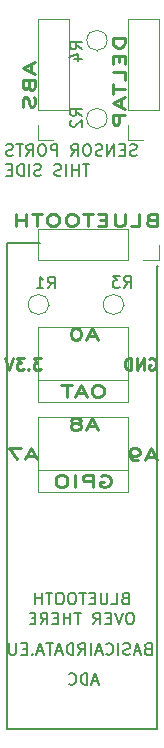
<source format=gbo>
G04 #@! TF.FileFunction,Legend,Bot*
%FSLAX46Y46*%
G04 Gerber Fmt 4.6, Leading zero omitted, Abs format (unit mm)*
G04 Created by KiCad (PCBNEW 4.0.6) date 05/30/17 16:39:26*
%MOMM*%
%LPD*%
G01*
G04 APERTURE LIST*
%ADD10C,0.100000*%
%ADD11C,0.200000*%
%ADD12C,0.250000*%
%ADD13C,0.120000*%
%ADD14C,0.150000*%
G04 APERTURE END LIST*
D10*
D11*
X10128095Y4913333D02*
X9651904Y4913333D01*
X10223333Y4627619D02*
X9890000Y5627619D01*
X9556666Y4627619D01*
X9223333Y4627619D02*
X9223333Y5627619D01*
X8985238Y5627619D01*
X8842380Y5580000D01*
X8747142Y5484762D01*
X8699523Y5389524D01*
X8651904Y5199048D01*
X8651904Y5056190D01*
X8699523Y4865714D01*
X8747142Y4770476D01*
X8842380Y4675238D01*
X8985238Y4627619D01*
X9223333Y4627619D01*
X7651904Y4722857D02*
X7699523Y4675238D01*
X7842380Y4627619D01*
X7937618Y4627619D01*
X8080476Y4675238D01*
X8175714Y4770476D01*
X8223333Y4865714D01*
X8270952Y5056190D01*
X8270952Y5199048D01*
X8223333Y5389524D01*
X8175714Y5484762D01*
X8080476Y5580000D01*
X7937618Y5627619D01*
X7842380Y5627619D01*
X7699523Y5580000D01*
X7651904Y5532381D01*
X14326475Y7691429D02*
X14183618Y7643810D01*
X14135999Y7596190D01*
X14088380Y7500952D01*
X14088380Y7358095D01*
X14135999Y7262857D01*
X14183618Y7215238D01*
X14278856Y7167619D01*
X14659809Y7167619D01*
X14659809Y8167619D01*
X14326475Y8167619D01*
X14231237Y8120000D01*
X14183618Y8072381D01*
X14135999Y7977143D01*
X14135999Y7881905D01*
X14183618Y7786667D01*
X14231237Y7739048D01*
X14326475Y7691429D01*
X14659809Y7691429D01*
X13707428Y7453333D02*
X13231237Y7453333D01*
X13802666Y7167619D02*
X13469333Y8167619D01*
X13135999Y7167619D01*
X12850285Y7215238D02*
X12707428Y7167619D01*
X12469332Y7167619D01*
X12374094Y7215238D01*
X12326475Y7262857D01*
X12278856Y7358095D01*
X12278856Y7453333D01*
X12326475Y7548571D01*
X12374094Y7596190D01*
X12469332Y7643810D01*
X12659809Y7691429D01*
X12755047Y7739048D01*
X12802666Y7786667D01*
X12850285Y7881905D01*
X12850285Y7977143D01*
X12802666Y8072381D01*
X12755047Y8120000D01*
X12659809Y8167619D01*
X12421713Y8167619D01*
X12278856Y8120000D01*
X11850285Y7167619D02*
X11850285Y8167619D01*
X10802666Y7262857D02*
X10850285Y7215238D01*
X10993142Y7167619D01*
X11088380Y7167619D01*
X11231238Y7215238D01*
X11326476Y7310476D01*
X11374095Y7405714D01*
X11421714Y7596190D01*
X11421714Y7739048D01*
X11374095Y7929524D01*
X11326476Y8024762D01*
X11231238Y8120000D01*
X11088380Y8167619D01*
X10993142Y8167619D01*
X10850285Y8120000D01*
X10802666Y8072381D01*
X10421714Y7453333D02*
X9945523Y7453333D01*
X10516952Y7167619D02*
X10183619Y8167619D01*
X9850285Y7167619D01*
X9516952Y7167619D02*
X9516952Y8167619D01*
X8469333Y7167619D02*
X8802667Y7643810D01*
X9040762Y7167619D02*
X9040762Y8167619D01*
X8659809Y8167619D01*
X8564571Y8120000D01*
X8516952Y8072381D01*
X8469333Y7977143D01*
X8469333Y7834286D01*
X8516952Y7739048D01*
X8564571Y7691429D01*
X8659809Y7643810D01*
X9040762Y7643810D01*
X8040762Y7167619D02*
X8040762Y8167619D01*
X7802667Y8167619D01*
X7659809Y8120000D01*
X7564571Y8024762D01*
X7516952Y7929524D01*
X7469333Y7739048D01*
X7469333Y7596190D01*
X7516952Y7405714D01*
X7564571Y7310476D01*
X7659809Y7215238D01*
X7802667Y7167619D01*
X8040762Y7167619D01*
X7088381Y7453333D02*
X6612190Y7453333D01*
X7183619Y7167619D02*
X6850286Y8167619D01*
X6516952Y7167619D01*
X6326476Y8167619D02*
X5755047Y8167619D01*
X6040762Y7167619D02*
X6040762Y8167619D01*
X5469333Y7453333D02*
X4993142Y7453333D01*
X5564571Y7167619D02*
X5231238Y8167619D01*
X4897904Y7167619D01*
X4564571Y7262857D02*
X4516952Y7215238D01*
X4564571Y7167619D01*
X4612190Y7215238D01*
X4564571Y7262857D01*
X4564571Y7167619D01*
X4088381Y7691429D02*
X3755047Y7691429D01*
X3612190Y7167619D02*
X4088381Y7167619D01*
X4088381Y8167619D01*
X3612190Y8167619D01*
X3183619Y8167619D02*
X3183619Y7358095D01*
X3136000Y7262857D01*
X3088381Y7215238D01*
X2993143Y7167619D01*
X2802666Y7167619D01*
X2707428Y7215238D01*
X2659809Y7262857D01*
X2612190Y7358095D01*
X2612190Y8167619D01*
D12*
X12390381Y59395857D02*
X11390381Y59395857D01*
X11390381Y59038714D01*
X11438000Y58824429D01*
X11533238Y58681571D01*
X11628476Y58610143D01*
X11818952Y58538714D01*
X11961810Y58538714D01*
X12152286Y58610143D01*
X12247524Y58681571D01*
X12342762Y58824429D01*
X12390381Y59038714D01*
X12390381Y59395857D01*
X11866571Y57895857D02*
X11866571Y57395857D01*
X12390381Y57181571D02*
X12390381Y57895857D01*
X11390381Y57895857D01*
X11390381Y57181571D01*
X12390381Y55824428D02*
X12390381Y56538714D01*
X11390381Y56538714D01*
X11390381Y55538714D02*
X11390381Y54681571D01*
X12390381Y55110142D02*
X11390381Y55110142D01*
X12104667Y54253000D02*
X12104667Y53538714D01*
X12390381Y54395857D02*
X11390381Y53895857D01*
X12390381Y53395857D01*
X12390381Y52895857D02*
X11390381Y52895857D01*
X11390381Y52324429D01*
X11438000Y52181571D01*
X11485619Y52110143D01*
X11580857Y52038714D01*
X11723714Y52038714D01*
X11818952Y52110143D01*
X11866571Y52181571D01*
X11914190Y52324429D01*
X11914190Y52895857D01*
X4484667Y57193428D02*
X4484667Y56479142D01*
X4770381Y57336285D02*
X3770381Y56836285D01*
X4770381Y56336285D01*
X4246571Y55336285D02*
X4294190Y55121999D01*
X4341810Y55050571D01*
X4437048Y54979142D01*
X4579905Y54979142D01*
X4675143Y55050571D01*
X4722762Y55121999D01*
X4770381Y55264857D01*
X4770381Y55836285D01*
X3770381Y55836285D01*
X3770381Y55336285D01*
X3818000Y55193428D01*
X3865619Y55121999D01*
X3960857Y55050571D01*
X4056095Y55050571D01*
X4151333Y55121999D01*
X4198952Y55193428D01*
X4246571Y55336285D01*
X4246571Y55836285D01*
X4722762Y54407714D02*
X4770381Y54193428D01*
X4770381Y53836285D01*
X4722762Y53693428D01*
X4675143Y53621999D01*
X4579905Y53550571D01*
X4484667Y53550571D01*
X4389429Y53621999D01*
X4341810Y53693428D01*
X4294190Y53836285D01*
X4246571Y54121999D01*
X4198952Y54264857D01*
X4151333Y54336285D01*
X4056095Y54407714D01*
X3960857Y54407714D01*
X3865619Y54336285D01*
X3818000Y54264857D01*
X3770381Y54121999D01*
X3770381Y53764857D01*
X3818000Y53550571D01*
X14608286Y44013429D02*
X14394000Y43965810D01*
X14322572Y43918190D01*
X14251143Y43822952D01*
X14251143Y43680095D01*
X14322572Y43584857D01*
X14394000Y43537238D01*
X14536858Y43489619D01*
X15108286Y43489619D01*
X15108286Y44489619D01*
X14608286Y44489619D01*
X14465429Y44442000D01*
X14394000Y44394381D01*
X14322572Y44299143D01*
X14322572Y44203905D01*
X14394000Y44108667D01*
X14465429Y44061048D01*
X14608286Y44013429D01*
X15108286Y44013429D01*
X12894000Y43489619D02*
X13608286Y43489619D01*
X13608286Y44489619D01*
X12394000Y44489619D02*
X12394000Y43680095D01*
X12322572Y43584857D01*
X12251143Y43537238D01*
X12108286Y43489619D01*
X11822572Y43489619D01*
X11679714Y43537238D01*
X11608286Y43584857D01*
X11536857Y43680095D01*
X11536857Y44489619D01*
X10822571Y44013429D02*
X10322571Y44013429D01*
X10108285Y43489619D02*
X10822571Y43489619D01*
X10822571Y44489619D01*
X10108285Y44489619D01*
X9679714Y44489619D02*
X8822571Y44489619D01*
X9251142Y43489619D02*
X9251142Y44489619D01*
X8036857Y44489619D02*
X7751143Y44489619D01*
X7608285Y44442000D01*
X7465428Y44346762D01*
X7394000Y44156286D01*
X7394000Y43822952D01*
X7465428Y43632476D01*
X7608285Y43537238D01*
X7751143Y43489619D01*
X8036857Y43489619D01*
X8179714Y43537238D01*
X8322571Y43632476D01*
X8394000Y43822952D01*
X8394000Y44156286D01*
X8322571Y44346762D01*
X8179714Y44442000D01*
X8036857Y44489619D01*
X6465428Y44489619D02*
X6179714Y44489619D01*
X6036856Y44442000D01*
X5893999Y44346762D01*
X5822571Y44156286D01*
X5822571Y43822952D01*
X5893999Y43632476D01*
X6036856Y43537238D01*
X6179714Y43489619D01*
X6465428Y43489619D01*
X6608285Y43537238D01*
X6751142Y43632476D01*
X6822571Y43822952D01*
X6822571Y44156286D01*
X6751142Y44346762D01*
X6608285Y44442000D01*
X6465428Y44489619D01*
X5393999Y44489619D02*
X4536856Y44489619D01*
X4965427Y43489619D02*
X4965427Y44489619D01*
X4036856Y43489619D02*
X4036856Y44489619D01*
X4036856Y44013429D02*
X3179713Y44013429D01*
X3179713Y43489619D02*
X3179713Y44489619D01*
X9961428Y34123333D02*
X9247142Y34123333D01*
X10104285Y33837619D02*
X9604285Y34837619D01*
X9104285Y33837619D01*
X8318571Y34837619D02*
X8175714Y34837619D01*
X8032857Y34790000D01*
X7961428Y34742381D01*
X7889999Y34647143D01*
X7818571Y34456667D01*
X7818571Y34218571D01*
X7889999Y34028095D01*
X7961428Y33932857D01*
X8032857Y33885238D01*
X8175714Y33837619D01*
X8318571Y33837619D01*
X8461428Y33885238D01*
X8532857Y33932857D01*
X8604285Y34028095D01*
X8675714Y34218571D01*
X8675714Y34456667D01*
X8604285Y34647143D01*
X8532857Y34742381D01*
X8461428Y34790000D01*
X8318571Y34837619D01*
X14477904Y32250000D02*
X14573142Y32297619D01*
X14715999Y32297619D01*
X14858857Y32250000D01*
X14954095Y32154762D01*
X15001714Y32059524D01*
X15049333Y31869048D01*
X15049333Y31726190D01*
X15001714Y31535714D01*
X14954095Y31440476D01*
X14858857Y31345238D01*
X14715999Y31297619D01*
X14620761Y31297619D01*
X14477904Y31345238D01*
X14430285Y31392857D01*
X14430285Y31726190D01*
X14620761Y31726190D01*
X14001714Y31297619D02*
X14001714Y32297619D01*
X13430285Y31297619D01*
X13430285Y32297619D01*
X12954095Y31297619D02*
X12954095Y32297619D01*
X12716000Y32297619D01*
X12573142Y32250000D01*
X12477904Y32154762D01*
X12430285Y32059524D01*
X12382666Y31869048D01*
X12382666Y31726190D01*
X12430285Y31535714D01*
X12477904Y31440476D01*
X12573142Y31345238D01*
X12716000Y31297619D01*
X12954095Y31297619D01*
X5286190Y32297619D02*
X4667142Y32297619D01*
X5000476Y31916667D01*
X4857618Y31916667D01*
X4762380Y31869048D01*
X4714761Y31821429D01*
X4667142Y31726190D01*
X4667142Y31488095D01*
X4714761Y31392857D01*
X4762380Y31345238D01*
X4857618Y31297619D01*
X5143333Y31297619D01*
X5238571Y31345238D01*
X5286190Y31392857D01*
X4238571Y31392857D02*
X4190952Y31345238D01*
X4238571Y31297619D01*
X4286190Y31345238D01*
X4238571Y31392857D01*
X4238571Y31297619D01*
X3857619Y32297619D02*
X3238571Y32297619D01*
X3571905Y31916667D01*
X3429047Y31916667D01*
X3333809Y31869048D01*
X3286190Y31821429D01*
X3238571Y31726190D01*
X3238571Y31488095D01*
X3286190Y31392857D01*
X3333809Y31345238D01*
X3429047Y31297619D01*
X3714762Y31297619D01*
X3810000Y31345238D01*
X3857619Y31392857D01*
X2952857Y32297619D02*
X2619524Y31297619D01*
X2286190Y32297619D01*
X10390000Y22344000D02*
X10532857Y22391619D01*
X10747143Y22391619D01*
X10961428Y22344000D01*
X11104286Y22248762D01*
X11175714Y22153524D01*
X11247143Y21963048D01*
X11247143Y21820190D01*
X11175714Y21629714D01*
X11104286Y21534476D01*
X10961428Y21439238D01*
X10747143Y21391619D01*
X10604286Y21391619D01*
X10390000Y21439238D01*
X10318571Y21486857D01*
X10318571Y21820190D01*
X10604286Y21820190D01*
X9675714Y21391619D02*
X9675714Y22391619D01*
X9104286Y22391619D01*
X8961428Y22344000D01*
X8890000Y22296381D01*
X8818571Y22201143D01*
X8818571Y22058286D01*
X8890000Y21963048D01*
X8961428Y21915429D01*
X9104286Y21867810D01*
X9675714Y21867810D01*
X8175714Y21391619D02*
X8175714Y22391619D01*
X7175714Y22391619D02*
X6890000Y22391619D01*
X6747142Y22344000D01*
X6604285Y22248762D01*
X6532857Y22058286D01*
X6532857Y21724952D01*
X6604285Y21534476D01*
X6747142Y21439238D01*
X6890000Y21391619D01*
X7175714Y21391619D01*
X7318571Y21439238D01*
X7461428Y21534476D01*
X7532857Y21724952D01*
X7532857Y22058286D01*
X7461428Y22248762D01*
X7318571Y22344000D01*
X7175714Y22391619D01*
X10247143Y30011619D02*
X9961429Y30011619D01*
X9818571Y29964000D01*
X9675714Y29868762D01*
X9604286Y29678286D01*
X9604286Y29344952D01*
X9675714Y29154476D01*
X9818571Y29059238D01*
X9961429Y29011619D01*
X10247143Y29011619D01*
X10390000Y29059238D01*
X10532857Y29154476D01*
X10604286Y29344952D01*
X10604286Y29678286D01*
X10532857Y29868762D01*
X10390000Y29964000D01*
X10247143Y30011619D01*
X9032857Y29297333D02*
X8318571Y29297333D01*
X9175714Y29011619D02*
X8675714Y30011619D01*
X8175714Y29011619D01*
X7890000Y30011619D02*
X7032857Y30011619D01*
X7461428Y29011619D02*
X7461428Y30011619D01*
D11*
X12405857Y11970429D02*
X12263000Y11922810D01*
X12215381Y11875190D01*
X12167762Y11779952D01*
X12167762Y11637095D01*
X12215381Y11541857D01*
X12263000Y11494238D01*
X12358238Y11446619D01*
X12739191Y11446619D01*
X12739191Y12446619D01*
X12405857Y12446619D01*
X12310619Y12399000D01*
X12263000Y12351381D01*
X12215381Y12256143D01*
X12215381Y12160905D01*
X12263000Y12065667D01*
X12310619Y12018048D01*
X12405857Y11970429D01*
X12739191Y11970429D01*
X11263000Y11446619D02*
X11739191Y11446619D01*
X11739191Y12446619D01*
X10929667Y12446619D02*
X10929667Y11637095D01*
X10882048Y11541857D01*
X10834429Y11494238D01*
X10739191Y11446619D01*
X10548714Y11446619D01*
X10453476Y11494238D01*
X10405857Y11541857D01*
X10358238Y11637095D01*
X10358238Y12446619D01*
X9882048Y11970429D02*
X9548714Y11970429D01*
X9405857Y11446619D02*
X9882048Y11446619D01*
X9882048Y12446619D01*
X9405857Y12446619D01*
X9120143Y12446619D02*
X8548714Y12446619D01*
X8834429Y11446619D02*
X8834429Y12446619D01*
X8024905Y12446619D02*
X7834428Y12446619D01*
X7739190Y12399000D01*
X7643952Y12303762D01*
X7596333Y12113286D01*
X7596333Y11779952D01*
X7643952Y11589476D01*
X7739190Y11494238D01*
X7834428Y11446619D01*
X8024905Y11446619D01*
X8120143Y11494238D01*
X8215381Y11589476D01*
X8263000Y11779952D01*
X8263000Y12113286D01*
X8215381Y12303762D01*
X8120143Y12399000D01*
X8024905Y12446619D01*
X6977286Y12446619D02*
X6786809Y12446619D01*
X6691571Y12399000D01*
X6596333Y12303762D01*
X6548714Y12113286D01*
X6548714Y11779952D01*
X6596333Y11589476D01*
X6691571Y11494238D01*
X6786809Y11446619D01*
X6977286Y11446619D01*
X7072524Y11494238D01*
X7167762Y11589476D01*
X7215381Y11779952D01*
X7215381Y12113286D01*
X7167762Y12303762D01*
X7072524Y12399000D01*
X6977286Y12446619D01*
X6263000Y12446619D02*
X5691571Y12446619D01*
X5977286Y11446619D02*
X5977286Y12446619D01*
X5358238Y11446619D02*
X5358238Y12446619D01*
X5358238Y11970429D02*
X4786809Y11970429D01*
X4786809Y11446619D02*
X4786809Y12446619D01*
X12929667Y10746619D02*
X12739190Y10746619D01*
X12643952Y10699000D01*
X12548714Y10603762D01*
X12501095Y10413286D01*
X12501095Y10079952D01*
X12548714Y9889476D01*
X12643952Y9794238D01*
X12739190Y9746619D01*
X12929667Y9746619D01*
X13024905Y9794238D01*
X13120143Y9889476D01*
X13167762Y10079952D01*
X13167762Y10413286D01*
X13120143Y10603762D01*
X13024905Y10699000D01*
X12929667Y10746619D01*
X12215381Y10746619D02*
X11882048Y9746619D01*
X11548714Y10746619D01*
X11215381Y10270429D02*
X10882047Y10270429D01*
X10739190Y9746619D02*
X11215381Y9746619D01*
X11215381Y10746619D01*
X10739190Y10746619D01*
X9739190Y9746619D02*
X10072524Y10222810D01*
X10310619Y9746619D02*
X10310619Y10746619D01*
X9929666Y10746619D01*
X9834428Y10699000D01*
X9786809Y10651381D01*
X9739190Y10556143D01*
X9739190Y10413286D01*
X9786809Y10318048D01*
X9834428Y10270429D01*
X9929666Y10222810D01*
X10310619Y10222810D01*
X8691571Y10746619D02*
X8120142Y10746619D01*
X8405857Y9746619D02*
X8405857Y10746619D01*
X7786809Y9746619D02*
X7786809Y10746619D01*
X7786809Y10270429D02*
X7215380Y10270429D01*
X7215380Y9746619D02*
X7215380Y10746619D01*
X6739190Y10270429D02*
X6405856Y10270429D01*
X6262999Y9746619D02*
X6739190Y9746619D01*
X6739190Y10746619D01*
X6262999Y10746619D01*
X5262999Y9746619D02*
X5596333Y10222810D01*
X5834428Y9746619D02*
X5834428Y10746619D01*
X5453475Y10746619D01*
X5358237Y10699000D01*
X5310618Y10651381D01*
X5262999Y10556143D01*
X5262999Y10413286D01*
X5310618Y10318048D01*
X5358237Y10270429D01*
X5453475Y10222810D01*
X5834428Y10222810D01*
X4834428Y10270429D02*
X4501094Y10270429D01*
X4358237Y9746619D02*
X4834428Y9746619D01*
X4834428Y10746619D01*
X4358237Y10746619D01*
X2413000Y42037000D02*
X5207000Y42037000D01*
X2413000Y36703000D02*
X2413000Y42037000D01*
X15113000Y40132000D02*
X15240000Y40132000D01*
X15113000Y889000D02*
X15113000Y40132000D01*
X2413000Y889000D02*
X15113000Y889000D01*
X2413000Y36830000D02*
X2413000Y889000D01*
X4572000Y42037000D02*
X2667000Y42037000D01*
X13397096Y49467238D02*
X13254239Y49419619D01*
X13016143Y49419619D01*
X12920905Y49467238D01*
X12873286Y49514857D01*
X12825667Y49610095D01*
X12825667Y49705333D01*
X12873286Y49800571D01*
X12920905Y49848190D01*
X13016143Y49895810D01*
X13206620Y49943429D01*
X13301858Y49991048D01*
X13349477Y50038667D01*
X13397096Y50133905D01*
X13397096Y50229143D01*
X13349477Y50324381D01*
X13301858Y50372000D01*
X13206620Y50419619D01*
X12968524Y50419619D01*
X12825667Y50372000D01*
X12397096Y49943429D02*
X12063762Y49943429D01*
X11920905Y49419619D02*
X12397096Y49419619D01*
X12397096Y50419619D01*
X11920905Y50419619D01*
X11492334Y49419619D02*
X11492334Y50419619D01*
X10920905Y49419619D01*
X10920905Y50419619D01*
X10492334Y49467238D02*
X10349477Y49419619D01*
X10111381Y49419619D01*
X10016143Y49467238D01*
X9968524Y49514857D01*
X9920905Y49610095D01*
X9920905Y49705333D01*
X9968524Y49800571D01*
X10016143Y49848190D01*
X10111381Y49895810D01*
X10301858Y49943429D01*
X10397096Y49991048D01*
X10444715Y50038667D01*
X10492334Y50133905D01*
X10492334Y50229143D01*
X10444715Y50324381D01*
X10397096Y50372000D01*
X10301858Y50419619D01*
X10063762Y50419619D01*
X9920905Y50372000D01*
X9301858Y50419619D02*
X9111381Y50419619D01*
X9016143Y50372000D01*
X8920905Y50276762D01*
X8873286Y50086286D01*
X8873286Y49752952D01*
X8920905Y49562476D01*
X9016143Y49467238D01*
X9111381Y49419619D01*
X9301858Y49419619D01*
X9397096Y49467238D01*
X9492334Y49562476D01*
X9539953Y49752952D01*
X9539953Y50086286D01*
X9492334Y50276762D01*
X9397096Y50372000D01*
X9301858Y50419619D01*
X7873286Y49419619D02*
X8206620Y49895810D01*
X8444715Y49419619D02*
X8444715Y50419619D01*
X8063762Y50419619D01*
X7968524Y50372000D01*
X7920905Y50324381D01*
X7873286Y50229143D01*
X7873286Y50086286D01*
X7920905Y49991048D01*
X7968524Y49943429D01*
X8063762Y49895810D01*
X8444715Y49895810D01*
X6682810Y49419619D02*
X6682810Y50419619D01*
X6301857Y50419619D01*
X6206619Y50372000D01*
X6159000Y50324381D01*
X6111381Y50229143D01*
X6111381Y50086286D01*
X6159000Y49991048D01*
X6206619Y49943429D01*
X6301857Y49895810D01*
X6682810Y49895810D01*
X5492334Y50419619D02*
X5301857Y50419619D01*
X5206619Y50372000D01*
X5111381Y50276762D01*
X5063762Y50086286D01*
X5063762Y49752952D01*
X5111381Y49562476D01*
X5206619Y49467238D01*
X5301857Y49419619D01*
X5492334Y49419619D01*
X5587572Y49467238D01*
X5682810Y49562476D01*
X5730429Y49752952D01*
X5730429Y50086286D01*
X5682810Y50276762D01*
X5587572Y50372000D01*
X5492334Y50419619D01*
X4063762Y49419619D02*
X4397096Y49895810D01*
X4635191Y49419619D02*
X4635191Y50419619D01*
X4254238Y50419619D01*
X4159000Y50372000D01*
X4111381Y50324381D01*
X4063762Y50229143D01*
X4063762Y50086286D01*
X4111381Y49991048D01*
X4159000Y49943429D01*
X4254238Y49895810D01*
X4635191Y49895810D01*
X3778048Y50419619D02*
X3206619Y50419619D01*
X3492334Y49419619D02*
X3492334Y50419619D01*
X2920905Y49467238D02*
X2778048Y49419619D01*
X2539952Y49419619D01*
X2444714Y49467238D01*
X2397095Y49514857D01*
X2349476Y49610095D01*
X2349476Y49705333D01*
X2397095Y49800571D01*
X2444714Y49848190D01*
X2539952Y49895810D01*
X2730429Y49943429D01*
X2825667Y49991048D01*
X2873286Y50038667D01*
X2920905Y50133905D01*
X2920905Y50229143D01*
X2873286Y50324381D01*
X2825667Y50372000D01*
X2730429Y50419619D01*
X2492333Y50419619D01*
X2349476Y50372000D01*
X9397095Y48719619D02*
X8825666Y48719619D01*
X9111381Y47719619D02*
X9111381Y48719619D01*
X8492333Y47719619D02*
X8492333Y48719619D01*
X8492333Y48243429D02*
X7920904Y48243429D01*
X7920904Y47719619D02*
X7920904Y48719619D01*
X7444714Y47719619D02*
X7444714Y48719619D01*
X7016143Y47767238D02*
X6873286Y47719619D01*
X6635190Y47719619D01*
X6539952Y47767238D01*
X6492333Y47814857D01*
X6444714Y47910095D01*
X6444714Y48005333D01*
X6492333Y48100571D01*
X6539952Y48148190D01*
X6635190Y48195810D01*
X6825667Y48243429D01*
X6920905Y48291048D01*
X6968524Y48338667D01*
X7016143Y48433905D01*
X7016143Y48529143D01*
X6968524Y48624381D01*
X6920905Y48672000D01*
X6825667Y48719619D01*
X6587571Y48719619D01*
X6444714Y48672000D01*
X5301857Y47767238D02*
X5159000Y47719619D01*
X4920904Y47719619D01*
X4825666Y47767238D01*
X4778047Y47814857D01*
X4730428Y47910095D01*
X4730428Y48005333D01*
X4778047Y48100571D01*
X4825666Y48148190D01*
X4920904Y48195810D01*
X5111381Y48243429D01*
X5206619Y48291048D01*
X5254238Y48338667D01*
X5301857Y48433905D01*
X5301857Y48529143D01*
X5254238Y48624381D01*
X5206619Y48672000D01*
X5111381Y48719619D01*
X4873285Y48719619D01*
X4730428Y48672000D01*
X4301857Y47719619D02*
X4301857Y48719619D01*
X3825667Y47719619D02*
X3825667Y48719619D01*
X3587572Y48719619D01*
X3444714Y48672000D01*
X3349476Y48576762D01*
X3301857Y48481524D01*
X3254238Y48291048D01*
X3254238Y48148190D01*
X3301857Y47957714D01*
X3349476Y47862476D01*
X3444714Y47767238D01*
X3587572Y47719619D01*
X3825667Y47719619D01*
X2825667Y48243429D02*
X2492333Y48243429D01*
X2349476Y47719619D02*
X2825667Y47719619D01*
X2825667Y48719619D01*
X2349476Y48719619D01*
D12*
X14941428Y23933333D02*
X14227142Y23933333D01*
X15084285Y23647619D02*
X14584285Y24647619D01*
X14084285Y23647619D01*
X13512857Y23647619D02*
X13227142Y23647619D01*
X13084285Y23695238D01*
X13012857Y23742857D01*
X12869999Y23885714D01*
X12798571Y24076190D01*
X12798571Y24457143D01*
X12869999Y24552381D01*
X12941428Y24600000D01*
X13084285Y24647619D01*
X13369999Y24647619D01*
X13512857Y24600000D01*
X13584285Y24552381D01*
X13655714Y24457143D01*
X13655714Y24219048D01*
X13584285Y24123810D01*
X13512857Y24076190D01*
X13369999Y24028571D01*
X13084285Y24028571D01*
X12941428Y24076190D01*
X12869999Y24123810D01*
X12798571Y24219048D01*
X9961428Y26503333D02*
X9247142Y26503333D01*
X10104285Y26217619D02*
X9604285Y27217619D01*
X9104285Y26217619D01*
X8389999Y26789048D02*
X8532857Y26836667D01*
X8604285Y26884286D01*
X8675714Y26979524D01*
X8675714Y27027143D01*
X8604285Y27122381D01*
X8532857Y27170000D01*
X8389999Y27217619D01*
X8104285Y27217619D01*
X7961428Y27170000D01*
X7889999Y27122381D01*
X7818571Y27027143D01*
X7818571Y26979524D01*
X7889999Y26884286D01*
X7961428Y26836667D01*
X8104285Y26789048D01*
X8389999Y26789048D01*
X8532857Y26741429D01*
X8604285Y26693810D01*
X8675714Y26598571D01*
X8675714Y26408095D01*
X8604285Y26312857D01*
X8532857Y26265238D01*
X8389999Y26217619D01*
X8104285Y26217619D01*
X7961428Y26265238D01*
X7889999Y26312857D01*
X7818571Y26408095D01*
X7818571Y26598571D01*
X7889999Y26693810D01*
X7961428Y26741429D01*
X8104285Y26789048D01*
X4831428Y23993333D02*
X4117142Y23993333D01*
X4974285Y23707619D02*
X4474285Y24707619D01*
X3974285Y23707619D01*
X3617142Y24707619D02*
X2617142Y24707619D01*
X3259999Y23707619D01*
D13*
X5020000Y53340000D02*
X5020000Y61020000D01*
X5020000Y61020000D02*
X7680000Y61020000D01*
X7680000Y61020000D02*
X7680000Y53340000D01*
X7680000Y53340000D02*
X5020000Y53340000D01*
X5020000Y52070000D02*
X5020000Y50740000D01*
X5020000Y50740000D02*
X6350000Y50740000D01*
X12700000Y40580000D02*
X5020000Y40580000D01*
X5020000Y40580000D02*
X5020000Y43240000D01*
X5020000Y43240000D02*
X12700000Y43240000D01*
X12700000Y43240000D02*
X12700000Y40580000D01*
X13970000Y40580000D02*
X15300000Y40580000D01*
X15300000Y40580000D02*
X15300000Y41910000D01*
X12640000Y53340000D02*
X12640000Y61020000D01*
X12640000Y61020000D02*
X15300000Y61020000D01*
X15300000Y61020000D02*
X15300000Y53340000D01*
X15300000Y53340000D02*
X12640000Y53340000D01*
X12640000Y52070000D02*
X12640000Y50740000D01*
X12640000Y50740000D02*
X13970000Y50740000D01*
X5080000Y20960000D02*
X5080000Y27300000D01*
X12700000Y20960000D02*
X12700000Y27300000D01*
X12700000Y22860000D02*
X5080000Y22860000D01*
X5080000Y20960000D02*
X12700000Y20960000D01*
X12700000Y27300000D02*
X5080000Y27300000D01*
X5080000Y28580000D02*
X5080000Y34920000D01*
X12700000Y28580000D02*
X12700000Y34920000D01*
X12700000Y30480000D02*
X5080000Y30480000D01*
X5080000Y28580000D02*
X12700000Y28580000D01*
X12700000Y34920000D02*
X5080000Y34920000D01*
X5940000Y36830000D02*
G75*
G03X5940000Y36830000I-860000J0D01*
G01*
X5940000Y36830000D02*
X5980000Y36830000D01*
X10900000Y52580000D02*
G75*
G03X10900000Y52580000I-860000J0D01*
G01*
X10040000Y53440000D02*
X10040000Y53480000D01*
X12290000Y36830000D02*
G75*
G03X12290000Y36830000I-860000J0D01*
G01*
X12290000Y36830000D02*
X12330000Y36830000D01*
X10900000Y59200000D02*
G75*
G03X10900000Y59200000I-860000J0D01*
G01*
X10040000Y58340000D02*
X10040000Y58300000D01*
D14*
X5876666Y38197619D02*
X6210000Y38673810D01*
X6448095Y38197619D02*
X6448095Y39197619D01*
X6067142Y39197619D01*
X5971904Y39150000D01*
X5924285Y39102381D01*
X5876666Y39007143D01*
X5876666Y38864286D01*
X5924285Y38769048D01*
X5971904Y38721429D01*
X6067142Y38673810D01*
X6448095Y38673810D01*
X4924285Y38197619D02*
X5495714Y38197619D01*
X5210000Y38197619D02*
X5210000Y39197619D01*
X5305238Y39054762D01*
X5400476Y38959524D01*
X5495714Y38911905D01*
X8782381Y52806666D02*
X8306190Y53140000D01*
X8782381Y53378095D02*
X7782381Y53378095D01*
X7782381Y52997142D01*
X7830000Y52901904D01*
X7877619Y52854285D01*
X7972857Y52806666D01*
X8115714Y52806666D01*
X8210952Y52854285D01*
X8258571Y52901904D01*
X8306190Y52997142D01*
X8306190Y53378095D01*
X7877619Y52425714D02*
X7830000Y52378095D01*
X7782381Y52282857D01*
X7782381Y52044761D01*
X7830000Y51949523D01*
X7877619Y51901904D01*
X7972857Y51854285D01*
X8068095Y51854285D01*
X8210952Y51901904D01*
X8782381Y52473333D01*
X8782381Y51854285D01*
X12336666Y38257619D02*
X12670000Y38733810D01*
X12908095Y38257619D02*
X12908095Y39257619D01*
X12527142Y39257619D01*
X12431904Y39210000D01*
X12384285Y39162381D01*
X12336666Y39067143D01*
X12336666Y38924286D01*
X12384285Y38829048D01*
X12431904Y38781429D01*
X12527142Y38733810D01*
X12908095Y38733810D01*
X12003333Y39257619D02*
X11384285Y39257619D01*
X11717619Y38876667D01*
X11574761Y38876667D01*
X11479523Y38829048D01*
X11431904Y38781429D01*
X11384285Y38686190D01*
X11384285Y38448095D01*
X11431904Y38352857D01*
X11479523Y38305238D01*
X11574761Y38257619D01*
X11860476Y38257619D01*
X11955714Y38305238D01*
X12003333Y38352857D01*
X8762381Y58446666D02*
X8286190Y58780000D01*
X8762381Y59018095D02*
X7762381Y59018095D01*
X7762381Y58637142D01*
X7810000Y58541904D01*
X7857619Y58494285D01*
X7952857Y58446666D01*
X8095714Y58446666D01*
X8190952Y58494285D01*
X8238571Y58541904D01*
X8286190Y58637142D01*
X8286190Y59018095D01*
X8095714Y57589523D02*
X8762381Y57589523D01*
X7714762Y57827619D02*
X8429048Y58065714D01*
X8429048Y57446666D01*
M02*

</source>
